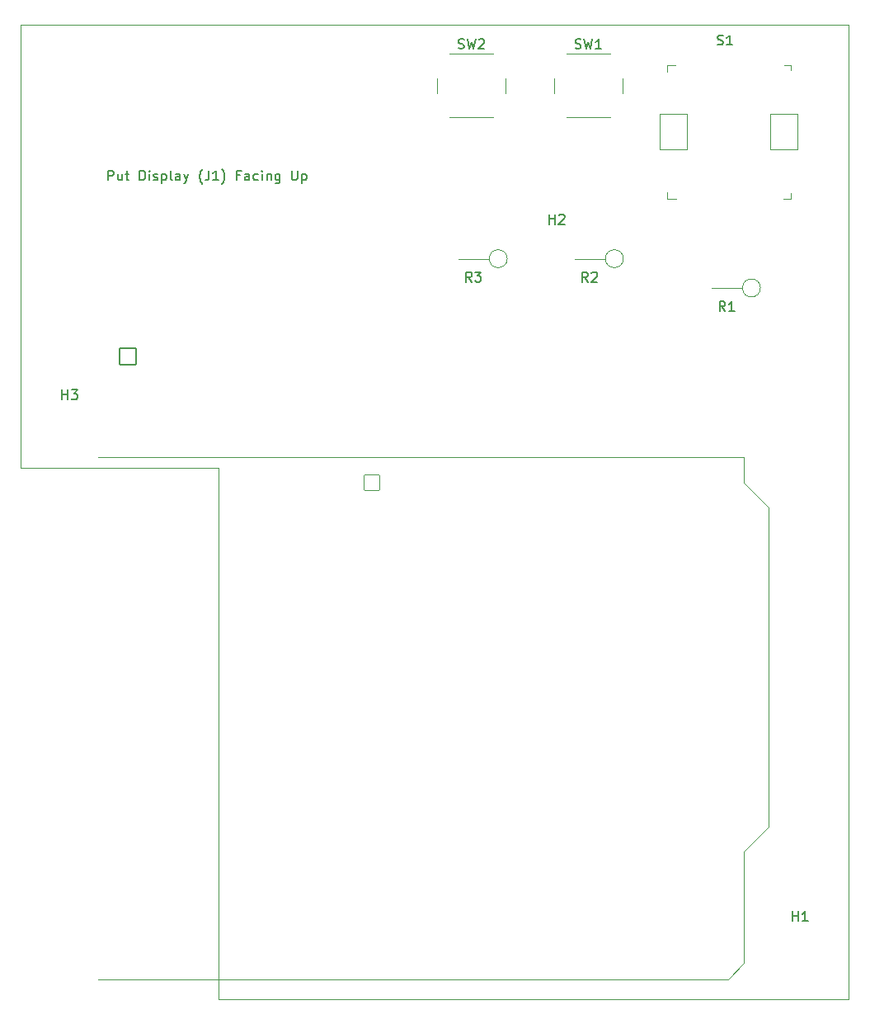
<source format=gto>
%TF.GenerationSoftware,KiCad,Pcbnew,8.0.3*%
%TF.CreationDate,2024-07-30T19:30:49-07:00*%
%TF.ProjectId,ardxp1,61726478-7031-42e6-9b69-6361645f7063,v0.1*%
%TF.SameCoordinates,Original*%
%TF.FileFunction,Legend,Top*%
%TF.FilePolarity,Positive*%
%FSLAX46Y46*%
G04 Gerber Fmt 4.6, Leading zero omitted, Abs format (unit mm)*
G04 Created by KiCad (PCBNEW 8.0.3) date 2024-07-30 19:30:49*
%MOMM*%
%LPD*%
G01*
G04 APERTURE LIST*
G04 Aperture macros list*
%AMRoundRect*
0 Rectangle with rounded corners*
0 $1 Rounding radius*
0 $2 $3 $4 $5 $6 $7 $8 $9 X,Y pos of 4 corners*
0 Add a 4 corners polygon primitive as box body*
4,1,4,$2,$3,$4,$5,$6,$7,$8,$9,$2,$3,0*
0 Add four circle primitives for the rounded corners*
1,1,$1+$1,$2,$3*
1,1,$1+$1,$4,$5*
1,1,$1+$1,$6,$7*
1,1,$1+$1,$8,$9*
0 Add four rect primitives between the rounded corners*
20,1,$1+$1,$2,$3,$4,$5,0*
20,1,$1+$1,$4,$5,$6,$7,0*
20,1,$1+$1,$6,$7,$8,$9,0*
20,1,$1+$1,$8,$9,$2,$3,0*%
G04 Aperture macros list end*
%ADD10C,0.150000*%
%ADD11C,0.120000*%
%ADD12C,0.100000*%
%ADD13RoundRect,0.050000X0.800000X-0.800000X0.800000X0.800000X-0.800000X0.800000X-0.800000X-0.800000X0*%
%ADD14O,1.700000X1.700000*%
%ADD15C,1.500000*%
%ADD16O,1.500000X1.500000*%
%ADD17C,2.100000*%
%ADD18RoundRect,0.050000X-1.400000X-1.800000X1.400000X-1.800000X1.400000X1.800000X-1.400000X1.800000X0*%
%ADD19C,5.100000*%
%ADD20C,1.800000*%
%ADD21RoundRect,0.050000X-0.850000X-0.850000X0.850000X-0.850000X0.850000X0.850000X-0.850000X0.850000X0*%
%ADD22C,2.800000*%
%TA.AperFunction,Profile*%
%ADD23C,0.050000*%
%TD*%
G04 APERTURE END LIST*
D10*
X48952379Y-55954819D02*
X48952379Y-54954819D01*
X48952379Y-54954819D02*
X49333331Y-54954819D01*
X49333331Y-54954819D02*
X49428569Y-55002438D01*
X49428569Y-55002438D02*
X49476188Y-55050057D01*
X49476188Y-55050057D02*
X49523807Y-55145295D01*
X49523807Y-55145295D02*
X49523807Y-55288152D01*
X49523807Y-55288152D02*
X49476188Y-55383390D01*
X49476188Y-55383390D02*
X49428569Y-55431009D01*
X49428569Y-55431009D02*
X49333331Y-55478628D01*
X49333331Y-55478628D02*
X48952379Y-55478628D01*
X50380950Y-55288152D02*
X50380950Y-55954819D01*
X49952379Y-55288152D02*
X49952379Y-55811961D01*
X49952379Y-55811961D02*
X49999998Y-55907200D01*
X49999998Y-55907200D02*
X50095236Y-55954819D01*
X50095236Y-55954819D02*
X50238093Y-55954819D01*
X50238093Y-55954819D02*
X50333331Y-55907200D01*
X50333331Y-55907200D02*
X50380950Y-55859580D01*
X50714284Y-55288152D02*
X51095236Y-55288152D01*
X50857141Y-54954819D02*
X50857141Y-55811961D01*
X50857141Y-55811961D02*
X50904760Y-55907200D01*
X50904760Y-55907200D02*
X50999998Y-55954819D01*
X50999998Y-55954819D02*
X51095236Y-55954819D01*
X52190475Y-55954819D02*
X52190475Y-54954819D01*
X52190475Y-54954819D02*
X52428570Y-54954819D01*
X52428570Y-54954819D02*
X52571427Y-55002438D01*
X52571427Y-55002438D02*
X52666665Y-55097676D01*
X52666665Y-55097676D02*
X52714284Y-55192914D01*
X52714284Y-55192914D02*
X52761903Y-55383390D01*
X52761903Y-55383390D02*
X52761903Y-55526247D01*
X52761903Y-55526247D02*
X52714284Y-55716723D01*
X52714284Y-55716723D02*
X52666665Y-55811961D01*
X52666665Y-55811961D02*
X52571427Y-55907200D01*
X52571427Y-55907200D02*
X52428570Y-55954819D01*
X52428570Y-55954819D02*
X52190475Y-55954819D01*
X53190475Y-55954819D02*
X53190475Y-55288152D01*
X53190475Y-54954819D02*
X53142856Y-55002438D01*
X53142856Y-55002438D02*
X53190475Y-55050057D01*
X53190475Y-55050057D02*
X53238094Y-55002438D01*
X53238094Y-55002438D02*
X53190475Y-54954819D01*
X53190475Y-54954819D02*
X53190475Y-55050057D01*
X53619046Y-55907200D02*
X53714284Y-55954819D01*
X53714284Y-55954819D02*
X53904760Y-55954819D01*
X53904760Y-55954819D02*
X53999998Y-55907200D01*
X53999998Y-55907200D02*
X54047617Y-55811961D01*
X54047617Y-55811961D02*
X54047617Y-55764342D01*
X54047617Y-55764342D02*
X53999998Y-55669104D01*
X53999998Y-55669104D02*
X53904760Y-55621485D01*
X53904760Y-55621485D02*
X53761903Y-55621485D01*
X53761903Y-55621485D02*
X53666665Y-55573866D01*
X53666665Y-55573866D02*
X53619046Y-55478628D01*
X53619046Y-55478628D02*
X53619046Y-55431009D01*
X53619046Y-55431009D02*
X53666665Y-55335771D01*
X53666665Y-55335771D02*
X53761903Y-55288152D01*
X53761903Y-55288152D02*
X53904760Y-55288152D01*
X53904760Y-55288152D02*
X53999998Y-55335771D01*
X54476189Y-55288152D02*
X54476189Y-56288152D01*
X54476189Y-55335771D02*
X54571427Y-55288152D01*
X54571427Y-55288152D02*
X54761903Y-55288152D01*
X54761903Y-55288152D02*
X54857141Y-55335771D01*
X54857141Y-55335771D02*
X54904760Y-55383390D01*
X54904760Y-55383390D02*
X54952379Y-55478628D01*
X54952379Y-55478628D02*
X54952379Y-55764342D01*
X54952379Y-55764342D02*
X54904760Y-55859580D01*
X54904760Y-55859580D02*
X54857141Y-55907200D01*
X54857141Y-55907200D02*
X54761903Y-55954819D01*
X54761903Y-55954819D02*
X54571427Y-55954819D01*
X54571427Y-55954819D02*
X54476189Y-55907200D01*
X55523808Y-55954819D02*
X55428570Y-55907200D01*
X55428570Y-55907200D02*
X55380951Y-55811961D01*
X55380951Y-55811961D02*
X55380951Y-54954819D01*
X56333332Y-55954819D02*
X56333332Y-55431009D01*
X56333332Y-55431009D02*
X56285713Y-55335771D01*
X56285713Y-55335771D02*
X56190475Y-55288152D01*
X56190475Y-55288152D02*
X55999999Y-55288152D01*
X55999999Y-55288152D02*
X55904761Y-55335771D01*
X56333332Y-55907200D02*
X56238094Y-55954819D01*
X56238094Y-55954819D02*
X55999999Y-55954819D01*
X55999999Y-55954819D02*
X55904761Y-55907200D01*
X55904761Y-55907200D02*
X55857142Y-55811961D01*
X55857142Y-55811961D02*
X55857142Y-55716723D01*
X55857142Y-55716723D02*
X55904761Y-55621485D01*
X55904761Y-55621485D02*
X55999999Y-55573866D01*
X55999999Y-55573866D02*
X56238094Y-55573866D01*
X56238094Y-55573866D02*
X56333332Y-55526247D01*
X56714285Y-55288152D02*
X56952380Y-55954819D01*
X57190475Y-55288152D02*
X56952380Y-55954819D01*
X56952380Y-55954819D02*
X56857142Y-56192914D01*
X56857142Y-56192914D02*
X56809523Y-56240533D01*
X56809523Y-56240533D02*
X56714285Y-56288152D01*
X58619047Y-56335771D02*
X58571428Y-56288152D01*
X58571428Y-56288152D02*
X58476190Y-56145295D01*
X58476190Y-56145295D02*
X58428571Y-56050057D01*
X58428571Y-56050057D02*
X58380952Y-55907200D01*
X58380952Y-55907200D02*
X58333333Y-55669104D01*
X58333333Y-55669104D02*
X58333333Y-55478628D01*
X58333333Y-55478628D02*
X58380952Y-55240533D01*
X58380952Y-55240533D02*
X58428571Y-55097676D01*
X58428571Y-55097676D02*
X58476190Y-55002438D01*
X58476190Y-55002438D02*
X58571428Y-54859580D01*
X58571428Y-54859580D02*
X58619047Y-54811961D01*
X59285714Y-54954819D02*
X59285714Y-55669104D01*
X59285714Y-55669104D02*
X59238095Y-55811961D01*
X59238095Y-55811961D02*
X59142857Y-55907200D01*
X59142857Y-55907200D02*
X59000000Y-55954819D01*
X59000000Y-55954819D02*
X58904762Y-55954819D01*
X60285714Y-55954819D02*
X59714286Y-55954819D01*
X60000000Y-55954819D02*
X60000000Y-54954819D01*
X60000000Y-54954819D02*
X59904762Y-55097676D01*
X59904762Y-55097676D02*
X59809524Y-55192914D01*
X59809524Y-55192914D02*
X59714286Y-55240533D01*
X60619048Y-56335771D02*
X60666667Y-56288152D01*
X60666667Y-56288152D02*
X60761905Y-56145295D01*
X60761905Y-56145295D02*
X60809524Y-56050057D01*
X60809524Y-56050057D02*
X60857143Y-55907200D01*
X60857143Y-55907200D02*
X60904762Y-55669104D01*
X60904762Y-55669104D02*
X60904762Y-55478628D01*
X60904762Y-55478628D02*
X60857143Y-55240533D01*
X60857143Y-55240533D02*
X60809524Y-55097676D01*
X60809524Y-55097676D02*
X60761905Y-55002438D01*
X60761905Y-55002438D02*
X60666667Y-54859580D01*
X60666667Y-54859580D02*
X60619048Y-54811961D01*
X62476191Y-55431009D02*
X62142858Y-55431009D01*
X62142858Y-55954819D02*
X62142858Y-54954819D01*
X62142858Y-54954819D02*
X62619048Y-54954819D01*
X63428572Y-55954819D02*
X63428572Y-55431009D01*
X63428572Y-55431009D02*
X63380953Y-55335771D01*
X63380953Y-55335771D02*
X63285715Y-55288152D01*
X63285715Y-55288152D02*
X63095239Y-55288152D01*
X63095239Y-55288152D02*
X63000001Y-55335771D01*
X63428572Y-55907200D02*
X63333334Y-55954819D01*
X63333334Y-55954819D02*
X63095239Y-55954819D01*
X63095239Y-55954819D02*
X63000001Y-55907200D01*
X63000001Y-55907200D02*
X62952382Y-55811961D01*
X62952382Y-55811961D02*
X62952382Y-55716723D01*
X62952382Y-55716723D02*
X63000001Y-55621485D01*
X63000001Y-55621485D02*
X63095239Y-55573866D01*
X63095239Y-55573866D02*
X63333334Y-55573866D01*
X63333334Y-55573866D02*
X63428572Y-55526247D01*
X64333334Y-55907200D02*
X64238096Y-55954819D01*
X64238096Y-55954819D02*
X64047620Y-55954819D01*
X64047620Y-55954819D02*
X63952382Y-55907200D01*
X63952382Y-55907200D02*
X63904763Y-55859580D01*
X63904763Y-55859580D02*
X63857144Y-55764342D01*
X63857144Y-55764342D02*
X63857144Y-55478628D01*
X63857144Y-55478628D02*
X63904763Y-55383390D01*
X63904763Y-55383390D02*
X63952382Y-55335771D01*
X63952382Y-55335771D02*
X64047620Y-55288152D01*
X64047620Y-55288152D02*
X64238096Y-55288152D01*
X64238096Y-55288152D02*
X64333334Y-55335771D01*
X64761906Y-55954819D02*
X64761906Y-55288152D01*
X64761906Y-54954819D02*
X64714287Y-55002438D01*
X64714287Y-55002438D02*
X64761906Y-55050057D01*
X64761906Y-55050057D02*
X64809525Y-55002438D01*
X64809525Y-55002438D02*
X64761906Y-54954819D01*
X64761906Y-54954819D02*
X64761906Y-55050057D01*
X65238096Y-55288152D02*
X65238096Y-55954819D01*
X65238096Y-55383390D02*
X65285715Y-55335771D01*
X65285715Y-55335771D02*
X65380953Y-55288152D01*
X65380953Y-55288152D02*
X65523810Y-55288152D01*
X65523810Y-55288152D02*
X65619048Y-55335771D01*
X65619048Y-55335771D02*
X65666667Y-55431009D01*
X65666667Y-55431009D02*
X65666667Y-55954819D01*
X66571429Y-55288152D02*
X66571429Y-56097676D01*
X66571429Y-56097676D02*
X66523810Y-56192914D01*
X66523810Y-56192914D02*
X66476191Y-56240533D01*
X66476191Y-56240533D02*
X66380953Y-56288152D01*
X66380953Y-56288152D02*
X66238096Y-56288152D01*
X66238096Y-56288152D02*
X66142858Y-56240533D01*
X66571429Y-55907200D02*
X66476191Y-55954819D01*
X66476191Y-55954819D02*
X66285715Y-55954819D01*
X66285715Y-55954819D02*
X66190477Y-55907200D01*
X66190477Y-55907200D02*
X66142858Y-55859580D01*
X66142858Y-55859580D02*
X66095239Y-55764342D01*
X66095239Y-55764342D02*
X66095239Y-55478628D01*
X66095239Y-55478628D02*
X66142858Y-55383390D01*
X66142858Y-55383390D02*
X66190477Y-55335771D01*
X66190477Y-55335771D02*
X66285715Y-55288152D01*
X66285715Y-55288152D02*
X66476191Y-55288152D01*
X66476191Y-55288152D02*
X66571429Y-55335771D01*
X67809525Y-54954819D02*
X67809525Y-55764342D01*
X67809525Y-55764342D02*
X67857144Y-55859580D01*
X67857144Y-55859580D02*
X67904763Y-55907200D01*
X67904763Y-55907200D02*
X68000001Y-55954819D01*
X68000001Y-55954819D02*
X68190477Y-55954819D01*
X68190477Y-55954819D02*
X68285715Y-55907200D01*
X68285715Y-55907200D02*
X68333334Y-55859580D01*
X68333334Y-55859580D02*
X68380953Y-55764342D01*
X68380953Y-55764342D02*
X68380953Y-54954819D01*
X68857144Y-55288152D02*
X68857144Y-56288152D01*
X68857144Y-55335771D02*
X68952382Y-55288152D01*
X68952382Y-55288152D02*
X69142858Y-55288152D01*
X69142858Y-55288152D02*
X69238096Y-55335771D01*
X69238096Y-55335771D02*
X69285715Y-55383390D01*
X69285715Y-55383390D02*
X69333334Y-55478628D01*
X69333334Y-55478628D02*
X69333334Y-55764342D01*
X69333334Y-55764342D02*
X69285715Y-55859580D01*
X69285715Y-55859580D02*
X69238096Y-55907200D01*
X69238096Y-55907200D02*
X69142858Y-55954819D01*
X69142858Y-55954819D02*
X68952382Y-55954819D01*
X68952382Y-55954819D02*
X68857144Y-55907200D01*
X112293333Y-69374819D02*
X111960000Y-68898628D01*
X111721905Y-69374819D02*
X111721905Y-68374819D01*
X111721905Y-68374819D02*
X112102857Y-68374819D01*
X112102857Y-68374819D02*
X112198095Y-68422438D01*
X112198095Y-68422438D02*
X112245714Y-68470057D01*
X112245714Y-68470057D02*
X112293333Y-68565295D01*
X112293333Y-68565295D02*
X112293333Y-68708152D01*
X112293333Y-68708152D02*
X112245714Y-68803390D01*
X112245714Y-68803390D02*
X112198095Y-68851009D01*
X112198095Y-68851009D02*
X112102857Y-68898628D01*
X112102857Y-68898628D02*
X111721905Y-68898628D01*
X113245714Y-69374819D02*
X112674286Y-69374819D01*
X112960000Y-69374819D02*
X112960000Y-68374819D01*
X112960000Y-68374819D02*
X112864762Y-68517676D01*
X112864762Y-68517676D02*
X112769524Y-68612914D01*
X112769524Y-68612914D02*
X112674286Y-68660533D01*
X98213333Y-66374819D02*
X97880000Y-65898628D01*
X97641905Y-66374819D02*
X97641905Y-65374819D01*
X97641905Y-65374819D02*
X98022857Y-65374819D01*
X98022857Y-65374819D02*
X98118095Y-65422438D01*
X98118095Y-65422438D02*
X98165714Y-65470057D01*
X98165714Y-65470057D02*
X98213333Y-65565295D01*
X98213333Y-65565295D02*
X98213333Y-65708152D01*
X98213333Y-65708152D02*
X98165714Y-65803390D01*
X98165714Y-65803390D02*
X98118095Y-65851009D01*
X98118095Y-65851009D02*
X98022857Y-65898628D01*
X98022857Y-65898628D02*
X97641905Y-65898628D01*
X98594286Y-65470057D02*
X98641905Y-65422438D01*
X98641905Y-65422438D02*
X98737143Y-65374819D01*
X98737143Y-65374819D02*
X98975238Y-65374819D01*
X98975238Y-65374819D02*
X99070476Y-65422438D01*
X99070476Y-65422438D02*
X99118095Y-65470057D01*
X99118095Y-65470057D02*
X99165714Y-65565295D01*
X99165714Y-65565295D02*
X99165714Y-65660533D01*
X99165714Y-65660533D02*
X99118095Y-65803390D01*
X99118095Y-65803390D02*
X98546667Y-66374819D01*
X98546667Y-66374819D02*
X99165714Y-66374819D01*
X86293333Y-66374819D02*
X85960000Y-65898628D01*
X85721905Y-66374819D02*
X85721905Y-65374819D01*
X85721905Y-65374819D02*
X86102857Y-65374819D01*
X86102857Y-65374819D02*
X86198095Y-65422438D01*
X86198095Y-65422438D02*
X86245714Y-65470057D01*
X86245714Y-65470057D02*
X86293333Y-65565295D01*
X86293333Y-65565295D02*
X86293333Y-65708152D01*
X86293333Y-65708152D02*
X86245714Y-65803390D01*
X86245714Y-65803390D02*
X86198095Y-65851009D01*
X86198095Y-65851009D02*
X86102857Y-65898628D01*
X86102857Y-65898628D02*
X85721905Y-65898628D01*
X86626667Y-65374819D02*
X87245714Y-65374819D01*
X87245714Y-65374819D02*
X86912381Y-65755771D01*
X86912381Y-65755771D02*
X87055238Y-65755771D01*
X87055238Y-65755771D02*
X87150476Y-65803390D01*
X87150476Y-65803390D02*
X87198095Y-65851009D01*
X87198095Y-65851009D02*
X87245714Y-65946247D01*
X87245714Y-65946247D02*
X87245714Y-66184342D01*
X87245714Y-66184342D02*
X87198095Y-66279580D01*
X87198095Y-66279580D02*
X87150476Y-66327200D01*
X87150476Y-66327200D02*
X87055238Y-66374819D01*
X87055238Y-66374819D02*
X86769524Y-66374819D01*
X86769524Y-66374819D02*
X86674286Y-66327200D01*
X86674286Y-66327200D02*
X86626667Y-66279580D01*
X111513095Y-42007200D02*
X111655952Y-42054819D01*
X111655952Y-42054819D02*
X111894047Y-42054819D01*
X111894047Y-42054819D02*
X111989285Y-42007200D01*
X111989285Y-42007200D02*
X112036904Y-41959580D01*
X112036904Y-41959580D02*
X112084523Y-41864342D01*
X112084523Y-41864342D02*
X112084523Y-41769104D01*
X112084523Y-41769104D02*
X112036904Y-41673866D01*
X112036904Y-41673866D02*
X111989285Y-41626247D01*
X111989285Y-41626247D02*
X111894047Y-41578628D01*
X111894047Y-41578628D02*
X111703571Y-41531009D01*
X111703571Y-41531009D02*
X111608333Y-41483390D01*
X111608333Y-41483390D02*
X111560714Y-41435771D01*
X111560714Y-41435771D02*
X111513095Y-41340533D01*
X111513095Y-41340533D02*
X111513095Y-41245295D01*
X111513095Y-41245295D02*
X111560714Y-41150057D01*
X111560714Y-41150057D02*
X111608333Y-41102438D01*
X111608333Y-41102438D02*
X111703571Y-41054819D01*
X111703571Y-41054819D02*
X111941666Y-41054819D01*
X111941666Y-41054819D02*
X112084523Y-41102438D01*
X113036904Y-42054819D02*
X112465476Y-42054819D01*
X112751190Y-42054819D02*
X112751190Y-41054819D01*
X112751190Y-41054819D02*
X112655952Y-41197676D01*
X112655952Y-41197676D02*
X112560714Y-41292914D01*
X112560714Y-41292914D02*
X112465476Y-41340533D01*
X96916667Y-42407200D02*
X97059524Y-42454819D01*
X97059524Y-42454819D02*
X97297619Y-42454819D01*
X97297619Y-42454819D02*
X97392857Y-42407200D01*
X97392857Y-42407200D02*
X97440476Y-42359580D01*
X97440476Y-42359580D02*
X97488095Y-42264342D01*
X97488095Y-42264342D02*
X97488095Y-42169104D01*
X97488095Y-42169104D02*
X97440476Y-42073866D01*
X97440476Y-42073866D02*
X97392857Y-42026247D01*
X97392857Y-42026247D02*
X97297619Y-41978628D01*
X97297619Y-41978628D02*
X97107143Y-41931009D01*
X97107143Y-41931009D02*
X97011905Y-41883390D01*
X97011905Y-41883390D02*
X96964286Y-41835771D01*
X96964286Y-41835771D02*
X96916667Y-41740533D01*
X96916667Y-41740533D02*
X96916667Y-41645295D01*
X96916667Y-41645295D02*
X96964286Y-41550057D01*
X96964286Y-41550057D02*
X97011905Y-41502438D01*
X97011905Y-41502438D02*
X97107143Y-41454819D01*
X97107143Y-41454819D02*
X97345238Y-41454819D01*
X97345238Y-41454819D02*
X97488095Y-41502438D01*
X97821429Y-41454819D02*
X98059524Y-42454819D01*
X98059524Y-42454819D02*
X98250000Y-41740533D01*
X98250000Y-41740533D02*
X98440476Y-42454819D01*
X98440476Y-42454819D02*
X98678572Y-41454819D01*
X99583333Y-42454819D02*
X99011905Y-42454819D01*
X99297619Y-42454819D02*
X99297619Y-41454819D01*
X99297619Y-41454819D02*
X99202381Y-41597676D01*
X99202381Y-41597676D02*
X99107143Y-41692914D01*
X99107143Y-41692914D02*
X99011905Y-41740533D01*
X84916667Y-42407200D02*
X85059524Y-42454819D01*
X85059524Y-42454819D02*
X85297619Y-42454819D01*
X85297619Y-42454819D02*
X85392857Y-42407200D01*
X85392857Y-42407200D02*
X85440476Y-42359580D01*
X85440476Y-42359580D02*
X85488095Y-42264342D01*
X85488095Y-42264342D02*
X85488095Y-42169104D01*
X85488095Y-42169104D02*
X85440476Y-42073866D01*
X85440476Y-42073866D02*
X85392857Y-42026247D01*
X85392857Y-42026247D02*
X85297619Y-41978628D01*
X85297619Y-41978628D02*
X85107143Y-41931009D01*
X85107143Y-41931009D02*
X85011905Y-41883390D01*
X85011905Y-41883390D02*
X84964286Y-41835771D01*
X84964286Y-41835771D02*
X84916667Y-41740533D01*
X84916667Y-41740533D02*
X84916667Y-41645295D01*
X84916667Y-41645295D02*
X84964286Y-41550057D01*
X84964286Y-41550057D02*
X85011905Y-41502438D01*
X85011905Y-41502438D02*
X85107143Y-41454819D01*
X85107143Y-41454819D02*
X85345238Y-41454819D01*
X85345238Y-41454819D02*
X85488095Y-41502438D01*
X85821429Y-41454819D02*
X86059524Y-42454819D01*
X86059524Y-42454819D02*
X86250000Y-41740533D01*
X86250000Y-41740533D02*
X86440476Y-42454819D01*
X86440476Y-42454819D02*
X86678572Y-41454819D01*
X87011905Y-41550057D02*
X87059524Y-41502438D01*
X87059524Y-41502438D02*
X87154762Y-41454819D01*
X87154762Y-41454819D02*
X87392857Y-41454819D01*
X87392857Y-41454819D02*
X87488095Y-41502438D01*
X87488095Y-41502438D02*
X87535714Y-41550057D01*
X87535714Y-41550057D02*
X87583333Y-41645295D01*
X87583333Y-41645295D02*
X87583333Y-41740533D01*
X87583333Y-41740533D02*
X87535714Y-41883390D01*
X87535714Y-41883390D02*
X86964286Y-42454819D01*
X86964286Y-42454819D02*
X87583333Y-42454819D01*
X119238095Y-131954819D02*
X119238095Y-130954819D01*
X119238095Y-131431009D02*
X119809523Y-131431009D01*
X119809523Y-131954819D02*
X119809523Y-130954819D01*
X120809523Y-131954819D02*
X120238095Y-131954819D01*
X120523809Y-131954819D02*
X120523809Y-130954819D01*
X120523809Y-130954819D02*
X120428571Y-131097676D01*
X120428571Y-131097676D02*
X120333333Y-131192914D01*
X120333333Y-131192914D02*
X120238095Y-131240533D01*
X94238095Y-60454819D02*
X94238095Y-59454819D01*
X94238095Y-59931009D02*
X94809523Y-59931009D01*
X94809523Y-60454819D02*
X94809523Y-59454819D01*
X95238095Y-59550057D02*
X95285714Y-59502438D01*
X95285714Y-59502438D02*
X95380952Y-59454819D01*
X95380952Y-59454819D02*
X95619047Y-59454819D01*
X95619047Y-59454819D02*
X95714285Y-59502438D01*
X95714285Y-59502438D02*
X95761904Y-59550057D01*
X95761904Y-59550057D02*
X95809523Y-59645295D01*
X95809523Y-59645295D02*
X95809523Y-59740533D01*
X95809523Y-59740533D02*
X95761904Y-59883390D01*
X95761904Y-59883390D02*
X95190476Y-60454819D01*
X95190476Y-60454819D02*
X95809523Y-60454819D01*
X44238095Y-78454819D02*
X44238095Y-77454819D01*
X44238095Y-77931009D02*
X44809523Y-77931009D01*
X44809523Y-78454819D02*
X44809523Y-77454819D01*
X45190476Y-77454819D02*
X45809523Y-77454819D01*
X45809523Y-77454819D02*
X45476190Y-77835771D01*
X45476190Y-77835771D02*
X45619047Y-77835771D01*
X45619047Y-77835771D02*
X45714285Y-77883390D01*
X45714285Y-77883390D02*
X45761904Y-77931009D01*
X45761904Y-77931009D02*
X45809523Y-78026247D01*
X45809523Y-78026247D02*
X45809523Y-78264342D01*
X45809523Y-78264342D02*
X45761904Y-78359580D01*
X45761904Y-78359580D02*
X45714285Y-78407200D01*
X45714285Y-78407200D02*
X45619047Y-78454819D01*
X45619047Y-78454819D02*
X45333333Y-78454819D01*
X45333333Y-78454819D02*
X45238095Y-78407200D01*
X45238095Y-78407200D02*
X45190476Y-78359580D01*
D11*
%TO.C,A1*%
X47930000Y-137930000D02*
X112580000Y-137930000D01*
X112580000Y-137930000D02*
X114230000Y-136280000D01*
X114230000Y-84330000D02*
X47930000Y-84330000D01*
X114230000Y-87000000D02*
X114230000Y-84330000D01*
X114230000Y-124850000D02*
X116770000Y-122310000D01*
X114230000Y-136280000D02*
X114230000Y-124850000D01*
X116770000Y-89540000D02*
X114230000Y-87000000D01*
X116770000Y-122310000D02*
X116770000Y-89540000D01*
%TO.C,R1*%
X114080000Y-67000000D02*
X110920000Y-67000000D01*
X115920000Y-67000000D02*
G75*
G02*
X114080000Y-67000000I-920000J0D01*
G01*
X114080000Y-67000000D02*
G75*
G02*
X115920000Y-67000000I920000J0D01*
G01*
%TO.C,R2*%
X100000000Y-64000000D02*
X96840000Y-64000000D01*
X101840000Y-64000000D02*
G75*
G02*
X100000000Y-64000000I-920000J0D01*
G01*
X100000000Y-64000000D02*
G75*
G02*
X101840000Y-64000000I920000J0D01*
G01*
%TO.C,R3*%
X88080000Y-64000000D02*
X84920000Y-64000000D01*
X89920000Y-64000000D02*
G75*
G02*
X88080000Y-64000000I-920000J0D01*
G01*
X88080000Y-64000000D02*
G75*
G02*
X89920000Y-64000000I920000J0D01*
G01*
D12*
%TO.C,S1*%
X106325000Y-44175000D02*
X106325000Y-44850000D01*
X106325000Y-57825000D02*
X106325000Y-57150000D01*
X107175000Y-44175000D02*
X106325000Y-44175000D01*
X107275000Y-57825000D02*
X106325000Y-57825000D01*
X118375000Y-44175000D02*
X119075000Y-44175000D01*
X119075000Y-44175000D02*
X119075000Y-44675000D01*
X119075000Y-57250000D02*
X119075000Y-57825000D01*
X119075000Y-57825000D02*
X118275000Y-57825000D01*
D11*
%TO.C,SW1*%
X94750000Y-45500000D02*
X94750000Y-47000000D01*
X96000000Y-49500000D02*
X100500000Y-49500000D01*
X100500000Y-43000000D02*
X96000000Y-43000000D01*
X101750000Y-47000000D02*
X101750000Y-45500000D01*
%TO.C,SW2*%
X82750000Y-45500000D02*
X82750000Y-47000000D01*
X84000000Y-49500000D02*
X88500000Y-49500000D01*
X88500000Y-43000000D02*
X84000000Y-43000000D01*
X89750000Y-47000000D02*
X89750000Y-45500000D01*
%TD*%
%LPC*%
D13*
%TO.C,A1*%
X76000000Y-87000000D03*
D14*
X78540000Y-87000000D03*
X81080000Y-87000000D03*
X83620000Y-87000000D03*
X86160000Y-87000000D03*
X88700000Y-87000000D03*
X91240000Y-87000000D03*
X93780000Y-87000000D03*
X98860000Y-87000000D03*
X101400000Y-87000000D03*
X103940000Y-87000000D03*
X106480000Y-87000000D03*
X109020000Y-87000000D03*
X111560000Y-87000000D03*
X111560000Y-135260000D03*
X109020000Y-135260000D03*
X106480000Y-135260000D03*
X103940000Y-135260000D03*
X101400000Y-135260000D03*
X98860000Y-135260000D03*
X96320000Y-135260000D03*
X93780000Y-135260000D03*
X89720000Y-135260000D03*
X87180000Y-135260000D03*
X84640000Y-135260000D03*
X82100000Y-135260000D03*
X79560000Y-135260000D03*
X77020000Y-135260000D03*
X74480000Y-135260000D03*
X71940000Y-135260000D03*
X69400000Y-135260000D03*
X66860000Y-135260000D03*
%TD*%
D15*
%TO.C,R1*%
X115000000Y-67000000D03*
D16*
X109920000Y-67000000D03*
%TD*%
D15*
%TO.C,R2*%
X100920000Y-64000000D03*
D16*
X95840000Y-64000000D03*
%TD*%
D15*
%TO.C,R3*%
X89000000Y-64000000D03*
D16*
X83920000Y-64000000D03*
%TD*%
D17*
%TO.C,S1*%
X110200000Y-44000000D03*
X115200000Y-44000000D03*
D18*
X107000000Y-51000000D03*
X118400000Y-51000000D03*
D17*
X110200000Y-58500000D03*
X115200000Y-58500000D03*
X112700000Y-58500000D03*
%TD*%
%TO.C,SW1*%
X95000000Y-44000000D03*
X101500000Y-44000000D03*
X95000000Y-48500000D03*
X101500000Y-48500000D03*
%TD*%
%TO.C,SW2*%
X83000000Y-44000000D03*
X89500000Y-44000000D03*
X83000000Y-48500000D03*
X89500000Y-48500000D03*
%TD*%
D19*
%TO.C,H1*%
X120000000Y-135000000D03*
%TD*%
%TO.C,H2*%
X95000000Y-55000000D03*
%TD*%
%TO.C,H3*%
X45000000Y-81500000D03*
%TD*%
D20*
%TO.C,J1*%
X68780000Y-74000000D03*
X66240000Y-74000000D03*
X63700000Y-74000000D03*
X61160000Y-74000000D03*
X58620000Y-74000000D03*
X56080000Y-74000000D03*
X53540000Y-74000000D03*
D21*
X51000000Y-74000000D03*
D22*
X74368000Y-74000000D03*
X74368000Y-44536000D03*
X45412000Y-74000000D03*
X45412000Y-44536000D03*
%TD*%
%LPD*%
D23*
X40000000Y-40000000D02*
X40000000Y-85500000D01*
X60320000Y-85500000D02*
X60325000Y-140000000D01*
X40000000Y-85500000D02*
X60320000Y-85500000D01*
X60325000Y-140000000D02*
X125000000Y-140000000D01*
X125000000Y-40000000D02*
X40000000Y-40000000D01*
X125000000Y-140000000D02*
X125000000Y-40000000D01*
M02*

</source>
